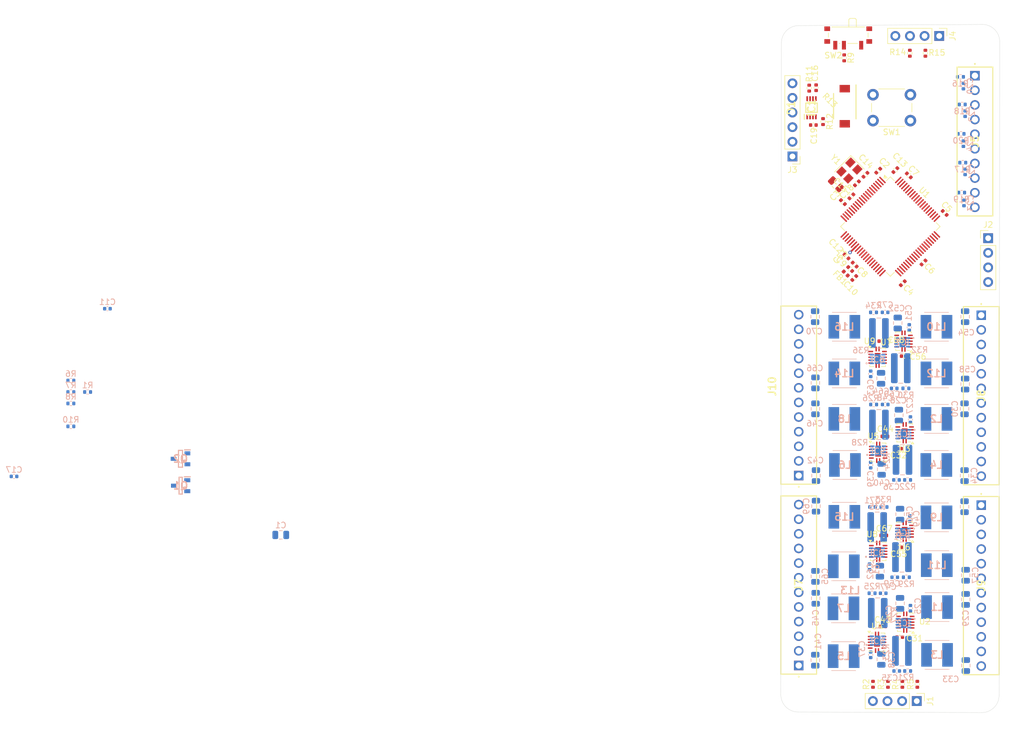
<source format=kicad_pcb>
(kicad_pcb (version 20240108) (generator "pcbnew") (generator_version "8.0")
  (layers (0 "F.Cu" signal) (1 "In1.Cu" power) (2 "In2.Cu" signal) (31 "B.Cu" signal) (34 "B.Paste" user) (35 "F.Paste" user) (36 "B.SilkS" user "B.Silkscreen") (37 "F.SilkS" user "F.Silkscreen") (38 "B.Mask" user) (39 "F.Mask" user) (44 "Edge.Cuts" user))
  (net 0 "")
  (net 1 "GND")
  (net 2 "+3.3V")
  (net 3 "+3.3VA")
  (net 4 "Net-(U1-VREF+)")
  (net 5 "/NRST")
  (net 6 "/HSE_IN")
  (net 7 "/HSE_OUT")
  (net 8 "/VCCB")
  (net 9 "AD_Vbat")
  (net 10 "LED")
  (net 11 "FSR1")
  (net 12 "FSR2")
  (net 13 "FSR3")
  (net 14 "+12V")
  (net 15 "pin4_1")
  (net 16 "pin4_5")
  (net 17 "Net-(C29-Pad1)")
  (net 18 "Net-(C30-Pad1)")
  (net 19 "I1")
  (net 20 "I5")
  (net 21 "pin4_2")
  (net 22 "pin4_6")
  (net 23 "Net-(C33-Pad1)")
  (net 24 "Net-(C34-Pad1)")
  (net 25 "Net-(C41-Pad1)")
  (net 26 "Net-(C42-Pad1)")
  (net 27 "I2")
  (net 28 "I6")
  (net 29 "pin4_3")
  (net 30 "pin4_7")
  (net 31 "Net-(C45-Pad1)")
  (net 32 "Net-(C46-Pad1)")
  (net 33 "I3")
  (net 34 "I7")
  (net 35 "pin4_4")
  (net 36 "pin4_8")
  (net 37 "I4")
  (net 38 "I8")
  (net 39 "FSR4")
  (net 40 "FSR5")
  (net 41 "Net-(IC9-OUT2)")
  (net 43 "OUT1_2")
  (net 44 "NSLEEP")
  (net 45 "OUT1_1")
  (net 46 "Net-(IC9-OUT1)")
  (net 47 "OUT2_1")
  (net 48 "Net-(IC2-OUT1)")
  (net 49 "Net-(IC2-OUT2)")
  (net 51 "OUT2_2")
  (net 52 "OUT5_1")
  (net 53 "Net-(IC3-OUT2)")
  (net 55 "OUT5_2")
  (net 56 "Net-(IC3-OUT1)")
  (net 58 "OUT4_2")
  (net 59 "OUT4_1")
  (net 60 "Net-(IC4-OUT1)")
  (net 61 "Net-(IC4-OUT2)")
  (net 63 "Net-(IC5-OUT2)")
  (net 64 "OUT6_1")
  (net 65 "Net-(IC5-OUT1)")
  (net 66 "OUT6_2")
  (net 67 "OUT3_2")
  (net 68 "OUT3_1")
  (net 69 "Net-(IC6-OUT2)")
  (net 70 "Net-(IC6-OUT1)")
  (net 72 "OUT7_1")
  (net 73 "Net-(IC7-OUT2)")
  (net 74 "OUT7_2")
  (net 75 "Net-(IC7-OUT1)")
  (net 77 "Net-(IC8-OUT2)")
  (net 79 "OUT8_2")
  (net 80 "Net-(IC8-OUT1)")
  (net 81 "OUT8_1")
  (net 82 "/RX")
  (net 83 "/RX_UART4")
  (net 84 "/TX_UART4")
  (net 85 "/TX")
  (net 86 "Net-(J1-Pin_3)")
  (net 87 "Net-(J1-Pin_4)")
  (net 88 "Net-(J1-Pin_2)")
  (net 89 "Net-(J1-Pin_1)")
  (net 90 "/SWDIO")
  (net 91 "/SWCLK")
  (net 94 "Net-(J4-Pin_3)")
  (net 95 "Net-(J4-Pin_2)")
  (net 96 "+4.5V")
  (net 97 "ENC1_S2")
  (net 98 "ENC1_S1")
  (net 99 "ENC5_S1")
  (net 100 "ENC5_S2")
  (net 101 "ENC2_S1")
  (net 102 "ENC2_S2")
  (net 103 "ENC6_S1")
  (net 104 "ENC6_S2")
  (net 105 "ENC3_S2")
  (net 106 "ENC3_S1")
  (net 107 "ENC7_S2")
  (net 108 "ENC7_S1")
  (net 109 "ENC4_S1")
  (net 110 "ENC4_S2")
  (net 111 "ENC8_S1")
  (net 112 "ENC8_S2")
  (net 113 "Net-(Q1-D)")
  (net 114 "Vbat")
  (net 115 "Net-(Q1-G)")
  (net 116 "MesOn")
  (net 117 "Net-(Q2-D)")
  (net 118 "/NSS")
  (net 119 "/SCK")
  (net 120 "/MISO")
  (net 121 "/MOSI")
  (net 122 "/SW_BSTD")
  (net 123 "Net-(SW2-B)")
  (net 124 "EMG_RX")
  (net 125 "EMG_TX")
  (net 126 "PWM4")
  (net 128 "DIR4")
  (net 129 "PWM7")
  (net 130 "DIR2")
  (net 131 "DIR6")
  (net 132 "PWM5")
  (net 133 "PWM8")
  (net 135 "PWM6")
  (net 136 "PWM1")
  (net 137 "PWM3")
  (net 138 "DIR7")
  (net 139 "PWM2")
  (net 141 "DIR3")
  (net 142 "DIR5")
  (net 143 "DIR8")
  (net 144 "DIR1")
  (net 145 "Net-(U2-Pad10)")
  (net 146 "Net-(U2-Pad3)")
  (net 147 "Net-(U3-Pad3)")
  (net 148 "Net-(U3-Pad10)")
  (net 149 "Net-(U4-Pad3)")
  (net 150 "Net-(U4-Pad10)")
  (net 151 "Net-(U5-Pad3)")
  (net 152 "Net-(U5-Pad10)")
  (net 153 "Net-(U6-Pad3)")
  (net 154 "Net-(U6-Pad10)")
  (net 155 "Net-(U7-Pad10)")
  (net 156 "Net-(U7-Pad3)")
  (net 157 "Net-(U8-Pad10)")
  (net 158 "Net-(U8-Pad3)")
  (net 159 "Net-(U9-Pad3)")
  (net 160 "Net-(U9-Pad10)")
  (net 161 "Net-(C53-Pad1)")
  (net 162 "Net-(C54-Pad1)")
  (net 163 "Net-(C57-Pad1)")
  (net 164 "Net-(C58-Pad1)")
  (net 165 "Net-(C65-Pad1)")
  (net 166 "Net-(C66-Pad1)")
  (net 167 "Net-(C69-Pad1)")
  (net 168 "Net-(C70-Pad1)")
  (footprint "Package_DFN_QFN:DHVQFN-14-1EP_2.5x3mm_P0.5mm_EP1x1.5mm" (layer "F.Cu") (at 145.9875 99.1 180)
    (property "Reference" "U7")
    (property "Value" "74HC02")
  )
  (footprint "Resistor_SMD:R_0402_1005Metric" (layer "F.Cu") (at 145.7875 158.69 90)
    (property "Reference" "R4")
    (property "Value" "1k")
  )
  (footprint "MountingHole:MountingHole_2.2mm_M2" (layer "F.Cu") (at 159.6875 47.1)
    (property "Reference" "H4")
    (property "Value" "MountingHole")
  )
  (footprint "Resistor_SMD:R_0402_1005Metric" (layer "F.Cu") (at 147.0875 49.1 -90)
    (property "Reference" "R14")
    (property "Value" "1k")
  )
  (footprint "Package_DFN_QFN:DHVQFN-14-1EP_2.5x3mm_P0.5mm_EP1x1.5mm" (layer "F.Cu") (at 141.5875 118.4)
    (property "Reference" "U5")
    (property "Value" "74HC02")
  )
  (footprint "Capacitor_SMD:C_0402_1005Metric" (layer "F.Cu") (at 137.892887 71.695829 45)
    (property "Reference" "C15")
    (property "Value" "10pF")
  )
  (footprint "Capacitor_SMD:C_0402_1005Metric" (layer "F.Cu") (at 137.503978 85.80261 -45)
    (property "Reference" "C8")
    (property "Value" "10nF")
  )
  (footprint "Capacitor_SMD:C_0402_1005Metric" (layer "F.Cu") (at 142.22 99.1 180)
    (property "Reference" "C68")
    (property "Value" "100nF")
  )
  (footprint "Package_DFN_QFN:DHVQFN-14-1EP_2.5x3mm_P0.5mm_EP1x1.5mm" (layer "F.Cu") (at 141.4875 101.9)
    (property "Reference" "U9")
    (property "Value" "74HC02")
  )
  (footprint "Connector_PinHeader_2.54mm:PinHeader_1x04_P2.54mm_Vertical" (layer "F.Cu") (at 160.6875 81.220001)
    (property "Reference" "J2")
    (property "Value" "Conn_01x04_Pin")
  )
  (footprint "Capacitor_SMD:C_0402_1005Metric" (layer "F.Cu") (at 153.139411 76.839411 -45)
    (property "Reference" "C5")
    (property "Value" "100nF")
  )
  (footprint "Photodiode:SOD6439X180N" (layer "F.Cu") (at 135.7875 58.3 -90)
    (property "Reference" "D1")
    (property "Value" "LED" (hide yes))
  )
  (footprint "Resistor_SMD:R_0805_2012Metric" (layer "F.Cu") (at 134.254765 71.854765 135)
    (property "Reference" "R13")
    (property "Value" "1M")
  )
  (footprint "Capacitor_SMD:C_0402_1005Metric" (layer "F.Cu") (at 142.7575 115.6375)
    (property "Reference" "C44")
    (property "Value" "100nF")
  )
  (footprint "Capacitor_SMD:C_0402_1005Metric" (layer "F.Cu") (at 144.575046 69.397732 45)
    (property "Reference" "C13")
    (property "Value" "100nF")
  )
  (footprint "Connector_PinHeader_2.54mm:PinHeader_1x04_P2.54mm_Vertical" (layer "F.Cu") (at 148.2875 161.6 -90)
    (property "Reference" "J1")
    (property "Value" "Conn_01x04_Pin")
  )
  (footprint "Capacitor_SMD:C_0402_1005Metric" (layer "F.Cu") (at 142.3775 148.637499)
    (property "Reference" "C43")
    (property "Value" "100nF")
  )
  (footprint "Package_DFN_QFN:DHVQFN-14-1EP_2.5x3mm_P0.5mm_EP1x1.5mm" (layer "F.Cu") (at 146.2875 147.9 180)
    (property "Reference" "U2")
    (property "Value" "74HC02")
  )
  (footprint "Capacitor_SMD:C_0402_1005Metric" (layer "F.Cu") (at 146.908497 70.316971 -45)
    (property "Reference" "C7")
    (property "Value" "100nF")
  )
  (footprint "Bornier10:1725737" (layer "F.Cu") (at 158.3875 53 -90)
    (property "Reference" "J5")
    (property "Value" "Conn_01x10_Pin" (hide yes))
  )
  (footprint "Capacitor_SMD:C_0402_1005Metric" (layer "F.Cu") (at 149.460589 85.439411 -135)
    (property "Reference" "C6")
    (property "Value" "100nF")
  )
  (footprint "Resistor_SMD:R_0402_1005Metric" (layer "F.Cu") (at 140.6875 158.69 90)
    (property "Reference" "R2")
    (property "Value" "1k")
  )
  (footprint "Resistor_SMD:R_0402_1005Metric" (layer "F.Cu") (at 129.6125 55.160001 90)
    (property "Reference" "R11")
    (property "Value" "100k")
  )
  (footprint "Capacitor_SMD:C_0402_1005Metric" (layer "F.Cu") (at 137.433266 88.136062 45)
    (property "Reference" "C10")
    (property "Value" "1uF")
  )
  (footprint "TXU:SOP50P310X90-8N" (layer "F.Cu") (at 130.0125 58.57 90)
    (property "Reference" "IC1")
    (property "Value" "TXU0202QDCURQ1" (hide yes))
  )
  (footprint "Capacitor_SMD:C_0402_1005Metric" (layer "F.Cu") (at 145.328211 150.5 180)
    (property "Reference" "C31")
    (property "Value" "100nF")
  )
  (footprint "Resistor_SMD:R_0402_1005Metric" (layer "F.Cu") (at 135.6875 49.9 -90)
    (property "Reference" "R9")
    (property "Value" "10k")
  )
  (footprint "bornier12:1725753" (layer "F.Cu") (at 127.7875 122.44 90)
    (property "Reference" "J10")
    (property "Value" "1725753" (hide yes))
  )
  (footprint "Capacitor_SMD:C_0402_1005Metric" (layer "F.Cu") (at 130.3325 61.57)
    (property "Reference" "C19")
    (property "Value" "100nF")
  )
  (footprint "bornier12:1725753" (layer "F.Cu") (at 159.4875 127.58 -90)
    (property "Reference" "J9")
    (property "Value" "1725753" (hide yes))
  )
  (footprint "Package_QFP:LQFP-80_12x12mm_P0.5mm" (layer "F.Cu") (at 143.7 79.2 -45)
    (property "Reference" "U1")
    (property "Value" "STM32G484METx")
  )
  (footprint "Package_DFN_QFN:DHVQFN-14-1EP_2.5x3mm_P0.5mm_EP1x1.5mm" (layer "F.Cu") (at 146.1875 132.1 180)
    (property "Reference" "U6")
    (property "Value" "74HC02")
  )
  (footprint "Connector_PinHeader_2.54mm:PinHeader_1x04_P2.54mm_Vertical" (layer "F.Cu") (at 152.1875 46.1 -90)
    (property "Reference" "J4")
    (property "Value" "Conn_01x04_Pin")
  )
  (footprint "Resistor_SMD:R_0402_1005Metric" (layer "F.Cu") (at 149.7875 49.1 -90)
    (property "Reference" "R15")
    (property "Value" "1k")
  )
  (footprint "Capacitor_SMD:C_0402_1005Metric" (layer "F.Cu") (at 146.1075 101.7)
    (property "Reference" "C56")
    (property "Value" "100nF")
  )
  (footprint "Button_Switch_SMD:SW_SPDT_PCM12" (layer "F.Cu") (at 136.3875 46.275 180)
    (property "Reference" "SW2")
    (property "Value" "SW_SPDT")
  )
  (footprint "Capacitor_SMD:C_0402_1005Metric" (layer "F.Cu") (at 145.1175 117.7625 180)
    (property "Reference" "C32")
    (property "Value" "100nF")
  )
  (footprint "Button_Switch_THT:SW_PUSH_6mm" (layer "F.Cu") (at 147.1875 60.8 180)
    (property "Reference" "SW1")
    (property "Value" "SW_Push")
  )
  (footprint "MountingHole:MountingHole_2.2mm_M2" (layer "F.Cu") (at 159.5875 160.6)
    (property "Reference" "H1")
    (property "Value" "MountingHole")
  )
  (footprint "Capacitor_SMD:C_0402_1005Metric" (layer "F.Cu") (at 145.154999 134.900001 180)
    (property "Reference" "C55")
    (property "Value" "100nF")
  )
  (footprint "Resistor_SMD:R_0402_1005Metric" (layer "F.Cu") (at 132.0125 60.97 -90)
    (property "Reference" "R12")
    (property "Value" "100k")
  )
  (footprint "MountingHole:MountingHole_2.2mm_M2" (layer "F.Cu") (at 127.6875 160.5)
    (property "Reference" "H2")
    (property "Value" "MountingHole")
  )
  (footprint "Crystal:Crystal_SMD_3225-4Pin_3.2x2.5mm" (layer "F.Cu") (at 136.584738 69.468443 -135)
    (property "Reference" "Y1")
    (property "Value" "16MHz")
  )
  (footprint "Capacitor_SMD:C_0402_1005Metric" (layer "F.Cu") (at 142.5575 132.8375)
    (property "Reference" "C67")
    (property "Value" "100nF")
  )
  (footprint "Package_DFN_QFN:DHVQFN-14-1EP_2.5x3mm_P0.5mm_EP1x1.5mm" (layer "F.Cu") (at 146.1875 115 180)
    (property "Reference" "U3")
    (property "Value" "74HC02")
  )
  (footprint "Resistor_SMD:R_0402_1005Metric" (layer "F.Cu") (at 148.3875 158.690001 90)
    (property "Reference" "R5")
    (property "Value" "1k")
  )
  (footprint "Capacitor_SMD:C_0402_1005Metric" (layer "F.Cu") (at 141.6 69.5 45)
    (property "Reference" "C2")
    (property "Value" "100nF")
  )
  (footprint "Inductor_SMD:L_0402_1005Metric" (layer "F.Cu") (at 135.948343 87.358244 -45)
    (property "Reference" "FB1")
    (property "Value" "120R")
  )
  (footprint "Capacitor_SMD:C_0402_1005Metric" (layer "F.Cu") (at 136.726161 86.580427 -45)
    (property "Reference" "C9")
    (property "Value" "1uF")
  )
  (footprint "bornier12:1725753" (layer "F.Cu") (at 159.4875 94.6 -90)
    (property "Reference" "J8")
    (property "Value" "1725753" (hide yes))
  )
  (footprint "Capacitor_SMD:C_0402_1005Metric" (layer "F.Cu") (at 136.939411 73.960589 45)
    (property "Reference" "C18")
    (property "Value" "100nF")
  )
  (footprint "MountingHole:MountingHole_2.2mm_M2" (layer "F.Cu") (at 127.7875 47.3)
    (property "Reference" "H3")
    (property "Value" "MountingHole")
  )
  (footprint "Capacitor_SMD:C_0402_1005Metric" (layer "F.Cu") (at 136.089765 84.388396 135)
    (property "Reference" "C12")
    (property "Value" "100nF")
  )
  (footprint "Connector_PinHeader_2.54mm:PinHeader_1x06_P2.54mm_Vertical" (layer "F.Cu") (at 126.7 67.02 180)
    (property "Reference" "J3")
    (property "Value" "Conn_01x06_Pin")
  )
  (footprint "Package_DFN_QFN:DHVQFN-14-1EP_2.5x3mm_P0.5mm_EP1x1.5mm" (layer "F.Cu") (at 141.5875 135.6)
    (property "Reference" "U8")
    (property "Value" "74HC02")
  )
  (footprint "bornier12:1725753" (layer "F.Cu") (at 127.7875 155.42 90)
    (property "Reference" "J7")
    (property "Value" "1725753" (hide yes))
  )
  (footprint "Capacitor_SMD:C_0402_1005Metric" (layer "F.Cu") (at 145.860589 89.039411 -135)
    (property "Reference" "C4")
    (property "Value" "100nF")
  )
  (footprint "Capacitor_SMD:C_0402_1005Metric" (layer "F.Cu") (at 130.8125 55.09 -90)
    (property "Reference" "C16")
    (property "Value" "100nF")
  )
  (footprint "Capacitor_SMD:C_0402_1005Metric" (layer "F.Cu") (at 139.377811 70.210906 45)
    (property "Reference" "C14")
    (property "Value" "10pF")
  )
  (footprint "Resistor_SMD:R_0402_1005Metric" (layer "F.Cu") (at 143.2875 158.690001 90)
    (property "Reference" "R3")
    (property "Value" "1k")
  )
  (footprint "Capacitor_SMD:C_0402_1005Metric" (layer "F.Cu") (at 135.460589 74.960589 135)
    (property "Reference" "C3")
    (property "Value" "100nF")
  )
  (footprint "Package_DFN_QFN:DHVQFN-14-1EP_2.5x3mm_P0.5mm_EP1x1.5mm" (layer "F.Cu") (at 141.3875 151.4)
    (property "Reference" "U4")
    (property "Value" "74HC02")
  )
  (footprint "Capacitor_SMD:C_0402_1005Metric" (layer "B.Cu") (at 156.6875 69.7 90)
    (property "Reference" "C21")
    (property "Value" "100nF")
  )
  (footprint "Capacitor_SMD:C_0805_2012Metric" (layer "B.Cu") (at 37.843334 132.75 180)
    (property "Reference" "C1")
    (property "Value" "10uF")
  )
  (footprint "Capacitor_SMD:C_0402_1005Metric" (layer "B.Cu") (at 140.0875 138.28 90)
    (property "Reference" "C61")
    (property "Value" "100nF")
  )
  (footprint "10uH_bob:LQH5BPB100MT0L" (layer "B.Cu") (at 151.7125 129.7)
    (property "Reference" "L9")
    (property "Value" "10uH" (hide yes))
  )
  (footprint "Resistor_SMD:R_0402_1005Metric" (layer "B.Cu") (at 140.7775 94.1 180)
    (property "Reference" "R34")
    (property "Value" "1k")
  )
  (footprint "Resistor_SMD:R_1020_2550Metric" (layer "B.Cu") (at 141.5125 146.3)
    (property "Reference" "R27")
    (property "Value" "1")
  )
  (footprint "DRV8220DSGR:WSON8_DSG_TEX" (layer "B.Cu") (at 141.4875 151.1)
    (property "Reference" "IC4")
    (property "Value" "DRV8220DSGR")
  )
  (footprint "Capacitor_SMD:C_0805_2012Metric" (layer "B.Cu") (at 156.6875 106.55 90)
    (property "Reference" "C58")
    (property "Value" "10uF")
  )
  (footprint "Capacitor_SMD:C_0805_2012Metric" (layer "B.Cu") (at 130.6875 106.35 90)
    (property "Reference" "C66")
    (property "Value" "10uF")
  )
  (footprint "Capacitor_SMD:C_0402_1005Metric" (layer "B.Cu") (at 7.74 93.46 180)
    (property "Reference" "C11")
    (property "Value" "1uF")
  )
  (footprint "DRV8220DSGR:WSON8_DSG_TEX" (layer "B.Cu") (at 141.3875 135.8)
    (property "Reference" "IC8")
    (property "Value" "DRV8220DSGR")
  )
  (footprint "Resistor_SMD:R_1020_2550Metric" (layer "B.Cu") (at 145.5125 103.8 180)
    (property "Reference" "R32")
    (property "Value" "1")
  )
  (footprint "Capacitor_SMD:C_0402_1005Metric" (layer "B.Cu") (at 140.2875 120.62 90)
    (property "Reference" "C39")
    (property "Value" "100nF")
  )
  (footprint "Capacitor_SMD:C_0402_1005Metric" (layer "B.Cu") (at -8.48 122.59 180)
    (property "Reference" "C17")
    (property "Value" "100nF")
  )
  (footprint "Capacitor_SMD:C_0805_2012Metric" (layer "B.Cu") (at 156.6875 94.85 -90)
    (property "Reference" "C54")
    (property "Value" "10uF")
  )
  (footprint "Capacitor_SMD:C_0805_2012Metric" (layer "B.Cu") (at 130.7875 127.75 -90)
    (property "Reference" "C69")
    (property "Value" "10uF")
  )
  (footprint "Resistor_SMD:R_0402_1005Metric" (layer "B.Cu") (at 1.39 107.93 180)
    (property "Reference" "R7")
    (property "Value" "10k")
  )
  (footprint "10uH_bob:LQH5BPB100MT0L" (layer "B.Cu") (at 135.7125 104.7 180)
    (property "Reference" "L14")
    (property "Value" "10uH" (hide yes))
  )
  (footprint "Resistor_SMD:R_0402_1005Metric" (layer "B.Cu") (at 146.3975 107.3)
    (property "Reference" "R30")
    (property "Value" "1k")
  )
  (footprint "Resistor_SMD:R_1020_2550Metric" (layer "B.Cu") (at 141.7125 113.6)
    (property "Reference" "R28")
    (property "Value" "1")
  )
  (footprint "10uH_bob:LQH5BPB100MT0L" (layer "B.Cu") (at 135.7125 129.6 180)
    (property "Reference" "L15")
    (property "Value" "10uH" (hide yes))
  )
  (footprint "Resistor_SMD:R_1020_2550Metric" (layer "B.Cu") (at 141.4125 131.4 180)
    (property "Reference" "R35")
    (property "Value" "1")
  )
  (footprint "Capacitor_SMD:C_0805_2012Metric" (layer "B.Cu") (at 156.5875 122.45 90)
    (property "Reference" "C34")
    (property "Value" "10uF")
  )
  (footprint "10uH_bob:LQH5BPB100MT0L" (layer "B.Cu") (at 135.6125 138.2 180)
    (property "Reference" "L13")
    (property "Value" "10uH" (hide yes))
  )
  (footprint "Resistor_SMD:R_0402_1005Metric" (layer "B.Cu") (at 140.7975 110.1 180)
    (property "Reference" "R26")
    (property "Value" "1k")
  )
  (footprint "Capacitor_SMD:C_0402_1005Metric" (layer "B.Cu") (at 144.4675 140.1 180)
    (property "Reference" "C59")
    (property "Value" "100nF")
  )
  (footprint "Capacitor_SMD:C_0805_2012Metric" (layer "B.Cu") (at 142.1875 121.35 -90)
    (property "Reference" "C40")
    (property "Value" "10uF")
  )
  (footprint "Resistor_SMD:R_1020_2550Metric" (layer "B.Cu") (at 145.7125 152.88 180)
    (property "Reference" "R23")
    (property "Value" "1")
  )
  (footprint "Capacitor_SMD:C_0402_1005Metric" (layer "B.Cu") (at 156.3875 54.8 90)
    (property "Reference" "C20")
    (property "Value" "100nF")
  )
  (footprint "DRV8220DSGR:WSON8_DSG_TEX" (layer "B.Cu") (at 145.8908 132.4 180)
    (property "Reference" "IC6")
    (property "Value" "DRV8220DSGR")
  )
  (footprint "Capacitor_SMD:C_0402_1005Metric" (layer "B.Cu") (at 142.4575 142.88)
    (property "Reference" "C47")
    (property "Value" "100nF")
  )
  (footprint "Resistor_SMD:R_0402_1005Metric" (layer "B.Cu") (at 146.4775 140.1)
    (property "Reference" "R29")
    (property "Value" "1k")
  )
  (footprint "DRV8220DSGR:WSON8_DSG_TEX" (layer "B.Cu") (at 145.9875 148.08 180)
    (property "Reference" "IC2")
    (property "Value" "DRV8220DSGR")
  )
  (footprint "Resistor_SMD:R_0402_1005Metric" (layer "B.Cu") (at 4.3 107.93 180)
    (property "Reference" "R1")
    (property "Value" "1k")
  )
  (footprint "10uH_bob:LQH5BPB100MT0L" (layer "B.Cu") (at 135.5875 153.8 180)
    (property "Reference" "L5")
    (property "Value" "10uH" (hide yes))
  )
  (footprint "Capacitor_SMD:C_0402_1005Metric" (layer "B.Cu") (at 144.3675 107.3 180)
    (property "Reference" "C60")
    (property "Value" "100nF")
  )
  (footprint "10uH_bob:LQH5BPB100MT0L" (layer "B.Cu") (at 135.5625 145.5 180)
    (property "Reference" "L7")
    (property "Value" "10uH" (hide yes))
  )
  (footprint "DRV8220DSGR:WSON8_DSG_TEX" (layer "B.Cu") (at 141.4867 102.2)
    (property "Reference" "IC9")
    (property "Value" "DRV8220DSGR")
  )
  (footprint "Resistor_SMD:R_0402_1005Metric" (layer "B.Cu") (at 140.5275 142.88 180)
    (property "Reference" "R25")
    (property "Value" "1k")
  )
  (footprint "Capacitor_SMD:C_0805_2012Metric" (layer "B.Cu") (at 156.8125 155.43 90)
    (property "Reference" "C33")
    (property "Value" "10uF")
  )
  (footprint "Resistor_SMD:R_1020_2550Metric" (layer "B.Cu") (at 141.7125 97.7)
    (property "Reference" "R36")
    (property "Value" "1")
  )
  (footprint "10uH_bob:LQH5BPB100MT0L" (layer "B.Cu") (at 151.8125 153.58)
    (property "Reference" "L3")
    (property "Value" "10uH" (hide yes))
  )
  (footprint "Capacitor_SMD:C_0805_2012Metric" (layer "B.Cu") (at 156.5875 110.85 -90)
    (property "Reference" "C30")
    (property "Value" "10uF")
  )
  (footprint "Capacitor_SMD:C_0402_1005Metric" (layer "B.Cu") (at 144.7675 123.2 180)
    (property "Reference" "C36")
    (property "Value" "100nF")
  )
  (footprint "DRV8220DSGR:WSON8_DSG_TEX" (layer "B.Cu") (at 145.7883 99.3 180)
    (property "Reference" "IC7")
    (property "Value" "DRV8220DSGR")
  )
  (footprint "10uH_bob:LQH5BPB100MT0L" (layer "B.Cu") (at 135.8125 120.6 180)
    (property "Reference" "L6")
    (property "Value" "10uH" (hide yes))
  )
  (footprint "10uH_bob:LQH5BPB100MT0L" (layer "B.Cu") (at 135.7125 112.6 180)
    (property "Reference" "L8")
    (property "Value" "10uH" (hide yes))
  )
  (footprint "Capacitor_SMD:C_0402_1005Metric" (layer "B.Cu") (at 156.3875 64.8 90)
    (property "Reference" "C24")
    (property "Value" "100nF")
  )
  (footprint "Resistor_SMD:R_0402_1005Metric" (layer "B.Cu") (at 155.977501 63.1)
    (property "Reference" "R20")
    (property "Value" "1k")
  )
  (footprint "Resistor_SMD:R_0402_1005Metric" (layer "B.Cu") (at 146.6975 123.2)
    (property "Reference" "R22")
    (property "Value" "1k")
  )
  (footprint "Resistor_SMD:R_0402_1005Metric" (layer "B.Cu") (at 1.39 113.9 180)
    (property "Reference" "R10")
    (property "Value" "10k")
  )
  (footprint "Resistor_SMD:R_0402_1005Metric" (layer "B.Cu") (at 146.7075 156.38)
    (property "Reference" "R21")
    (property "Value" "1k")
  )
  (footprint "Capacitor_SMD:C_0402_1005Metric" (layer "B.Cu") (at 147.09 129.92 90)
    (property "Reference" "C49")
    (property "Value" "100nF")
  )
  (footprint "Resistor_SMD:R_0402_1005Metric" (layer "B.Cu") (at 142.5975 127.9)
    (property "Reference" "R33")
    (property "Value" "1k")
  )
  (footprint "Capacitor_SMD:C_0402_1005Metric" (layer "B.Cu") (at 140.2875 104.78 90)
    (property "Reference" "C63")
    (property "Value" "100nF")
  )
  (footprint "10uH_bob:LQH5BPB100MT0L" (layer "B.Cu") (at 151.6875 120.6)
    (property "Reference" "L4")
    (property "Value" "10uH" (hide yes))
  )
  (footprint "10uH_bob:LQH5BPB100MT0L" (layer "B.Cu") (at 151.7125 112.6)
    (property "Reference" "L2")
    (property "Value" "10uH" (hide yes))
  )
  (footprint "10uH_bob:LQH5BPB100MT0L" (layer "B.Cu") (at 151.7125 104.7)
    (property "Reference" "L12")
    (property "Value" "10uH" (hide yes))
  )
  (footprint "Resistor_SMD:R_0402_1005Metric" (layer "B.Cu") (at 155.877501 53.2)
    (property "Reference" "R16")
    (property "Value" "1k")
  )
  (footprint "Capacitor_SMD:C_0402_1005Metric" (layer "B.Cu") (at 147.1875 112.72 -90)
    (property "Reference" "C27")
    (property "Value" "100nF")
  )
  (footprint "Capacitor_SMD:C_0805_2012Metric" (layer "B.Cu") (at 130.6875 139.95 90)
    (property "Reference" "C65")
    (property "Value" "10uF")
  )
  (footprint "Capacitor_SMD:C_0402_1005Metric" (layer "B.Cu") (at 156.4875 75.1 90)
    (property "Reference" "C23")
    (property "Value" "100nF")
  )
  (footprint "Capacitor_SMD:C_0805_2012Metric" (layer "B.Cu") (at 145.1875 111.95 90)
    (property "Reference" "C28")
    (property "Value" "10uF")
  )
  (footprint "Capacitor_SMD:C_0805_2012Metric" (layer "B.Cu") (at 156.5875 127.85 -90)
    (property "Reference" "C53")
    (property "Value" "10uF")
  )
  (footprint "Capacitor_SMD:C_0402_1005Metric" (layer "B.Cu") (at 142.7875 94.1)
    (property "Reference" "C72")
    (property "Value" "100nF")
  )
  (footprint "Capacitor_SMD:C_0805_2012Metric" (layer "B.Cu") (at 130.6625 154.5 90)
    (property "Reference" "C41")
    (property "Value" "10uF")
  )
  (footprint "Resistor_SMD:R_0402_1005Metric" (layer "B.Cu") (at 1.39 109.92 180)
    (property "Reference" "R8")
    (property "Value" "47k")
  )
  (footprint "10uH_bob:LQH5BPB100MT0L" (layer "B.Cu") (at 151.7625 138)
    (property "Reference" "L11")
    (property "Value" "10uH" (hide yes))
  )
  (footprint "Capacitor_SMD:C_0805_2012Metric" (layer "B.Cu") (at 142.1342 154.349999 -90)
    (property "Reference" "C38")
    (property "Value" "10uF")
  )
  (footprint "Capacitor_SMD:C_0402_1005Metric" (layer "B.Cu") (at 140.2875 153.569999 90)
    (property "Reference" "C37")
    (property "Value" "100nF")
  )
  (footprint "Capacitor_SMD:C_0805_2012Metric" (layer "B.Cu") (at 130.6375 94.85 -90)
    (property "Reference" "C70")
    (property "Value" "10uF")
  )
  (footprint "Resistor_SMD:R_1020_2550Metric" (layer "B.Cu") (at 145.715 136.6 180)
    (property "Reference" "R31")
    (property "Value" "1")
  )
  (footprint "Resistor_SMD:R_0402_1005Metric" (layer "B.Cu") (at 1.39 105.94 180)
    (property "Reference" "R6")
    (property "Value" "10k")
  )
  (footprint "10uH_bob:LQH5BPB100MT0L" (layer "B.Cu") (at 151.8125 145.28)
    (property "Reference" "L1")
    (property "Value" "10uH" (hide yes))
  )
  (footprint "Capacitor_SMD:C_0402_1005Metric" (layer "B.Cu") (at 156.6875 59.6 90)
    (property "Reference" "C22")
    (property "Value" "100nF")
  )
  (footprint "Capacitor_SMD:C_0805_2012Metric" (layer "B.Cu") (at 130.7375 143.75 -90)
    (property "Reference" "C45")
    (property "Value" "10uF")
  )
  (footprint "DRV8220DSGR:WSON8_DSG_TEX" (layer "B.Cu") (at 145.9842 115.249999 180)
    (property "Reference" "IC3")
    (property "Value" "DRV8220DSGR")
  )
  (footprint "Capacitor_SMD:C_0402_1005Metric" (layer "B.Cu") (at 142.8075 110.1 180)
    (property "Reference" "C48")
    (property "Value" "100nF")
  )
  (footprint "Resistor_SMD:R_1020_2550Metric" (layer "B.Cu") (at 145.8125 119.7 180)
    (property "Reference" "R24")
    (property "Value" "1")
  )
  (footprint "Capacitor_SMD:C_0805_2012Metric" (layer "B.Cu") (at 144.9875 95.95 90)
    (property "Reference" "C52")
    (property "Value" "10uF")
  )
  (footprint "Capacitor_SMD:C_0805_2012Metric" (layer "B.Cu") (at 145.39 129.15 90)
    (property "Reference" "C50")
    (property "Value" "10uF")
  )
  (footprint "Capacitor_SMD:C_0402_1005Metric" (layer "B.Cu") (at 144.8075 156.38 180)
    (property "Reference" "C35")
    (property "Value" "100nF")
  )
  (footprint "10uH_bob:LQH5BPB100MT0L" (layer "B.Cu") (at 135.7125 96.6 180)
    (property "Reference" "L16")
    (property "Value" "10uH" (hide yes))
  )
  (footprint "Capacitor_SMD:C_0402_1005Metric" (layer "B.Cu") (at 140.6075 127.9 180)
    (property "Reference" "C71")
    (property "Value" "100nF")
  )
  (footprint "Capacitor_SMD:C_0402_1005Metric" (layer "B.Cu") (at 147.1875 145.48 -90)
    (property "Reference" "C25")
    (property "Value" "100nF")
  )
  (footprint "Resistor_SMD:R_0402_1005Metric" (layer "B.Cu") (at 156.277501 68.1)
    (property "Reference" "R17")
    (property "Value" "1k")
  )
  (footprint "Capacitor_SMD:C_0805_2012Metric" (layer "B.Cu") (at 142.0875 105.55 -90)
    (property "Reference" "C64")
    (property "Value" "10uF")
  )
  (footprint "PMOS:SOT95P240X120-3N" (layer "B.Cu") (at 20.455 124.2 180)
    (property "Reference" "Q1")
    (property "Value" "PMOS" (hide yes))
  )
  (footprint "Resistor_SMD:R_0402_1005Metric" (layer "B.Cu") (at 156.1875 58)
    (property "Reference" "R18")
    (property "Value" "1k")
  )
  (footprint "Capacitor_SMD:C_0402_1005Metric" (layer "B.Cu") (at 146.9875 96.72 -90)
    (property "Reference" "C51")
    (property "Value" "100nF")
  )
  (footprint "Capacitor_SMD:C_0805_2012Metric" (layer "B.Cu") (at 130.6875 110.85 -90)
    (property "Reference" "C46")
    (property "Value" "10uF")
  )
  (footprint "Capacitor_SMD:C_0805_2012Metric" (layer "B.Cu") (at 130.7875 122.45 90)
    (property "Reference" "C42")
    (property "Value" "10uF")
  )
  (footprint "DRV8220DSGR:WSON8_DSG_TEX" (layer "B.Cu") (at 141.5867 118.1)
    (property "Reference" "IC5")
    (property "Value" "DRV8220DSGR")
  )
  (footprint "Resistor_SMD:R_0402_1005Metric" (layer "B.Cu") (at 156.077501 73.3)
    (property "Reference" "R19")
    (property "Value" "1k")
  )
  (footprint "Capacitor_SMD:C_0805_2012Metric" (layer "B.Cu") (at 156.7875 139.75 90)
    (property "Reference" "C57")
    (property "Value" "10uF")
  )
  (footprint "Capacitor_SMD:C_0805_2012Metric" (layer "B.Cu") (at 141.8875 139.05 -90)
    (property "Reference" "C62")
    (property "Value" "10uF")
  )
  (footprint "Capacitor_SMD:C_0805_2012Metric" (layer "B.Cu") (at 145.3875 144.63 90)
    (property "Reference" "C26")
    (property "Value" "10uF")
  )
  (footprint "10uH_bob:LQH5BPB100MT0L" (layer "B.Cu") (at 151.7125 96.6)
    (property "Reference" "L10")
    (property "Value" "10uH" (hide yes))
  )
  (footprint "Capacitor_SMD:C_0805_2012Metric" (layer "B.Cu") (at 156.7875 143.95 -90)
    (property "Reference" "C29")
    (property "Value" "10uF")
  )
  (footprint "NMOS:SOT95P240X120-3N" (layer "B.Cu") (at 20.43 119.53 180)
    (property "Reference" "Q2")
    (property "Value" "NMOS" (hide yes))
  )
  (gr_line (start 127.6875 163.5) (end 159.5875 163.6) (stroke (width 0.05)) (layer "Edge.Cuts"))
  (gr_line (start 127.7875 44.3) (end 159.6875 44.1) (stroke (width 0.05)) (layer "Edge.Cuts"))
  (gr_arc (start 162.5875 160.6) (mid 161.70882 162.72132) (end 159.5875 163.6) (stroke (width 0.05)) (layer "Edge.Cuts"))
  (gr_line (start 162.5875 160.6) (end 162.6875 47.1) (stroke (width 0.05)) (layer "Edge.Cuts"))
  (gr_arc (start 124.7875 47.3) (mid 125.66618 45.17868) (end 127.7875 44.3) (stroke (width 0.05)) (layer "Edge.Cuts"))
  (gr_arc (start 159.6875 44.1) (mid 161.80882 44.97868) (end 162.6875 47.1) (stroke (width 0.05)) (layer "Edge.Cuts"))
  (gr_line (start 124.6875 160.5) (end 124.7875 47.3) (stroke (width 0.05)) (layer "Edge.Cuts"))
  (gr_arc (start 127.6875 163.5) (mid 125.56618 162.62132) (end 124.6875 160.5) (stroke (width 0.05)) (layer "Edge.Cuts"))
  (segment (start 137.733787 82.69134) (end 137.70866 82.69134) (width 0.3) (layer "F.Cu") (net 1))
  (segment (start 137.70866 82.69134) (end 136.7 83.7) (width 0.3) (layer "F.Cu") (net 1))
  (via (at 136.7 83.7) (size 0.6) (drill 0.3) (layers "F.Cu" "B.Cu") (net 1))
)
</source>
